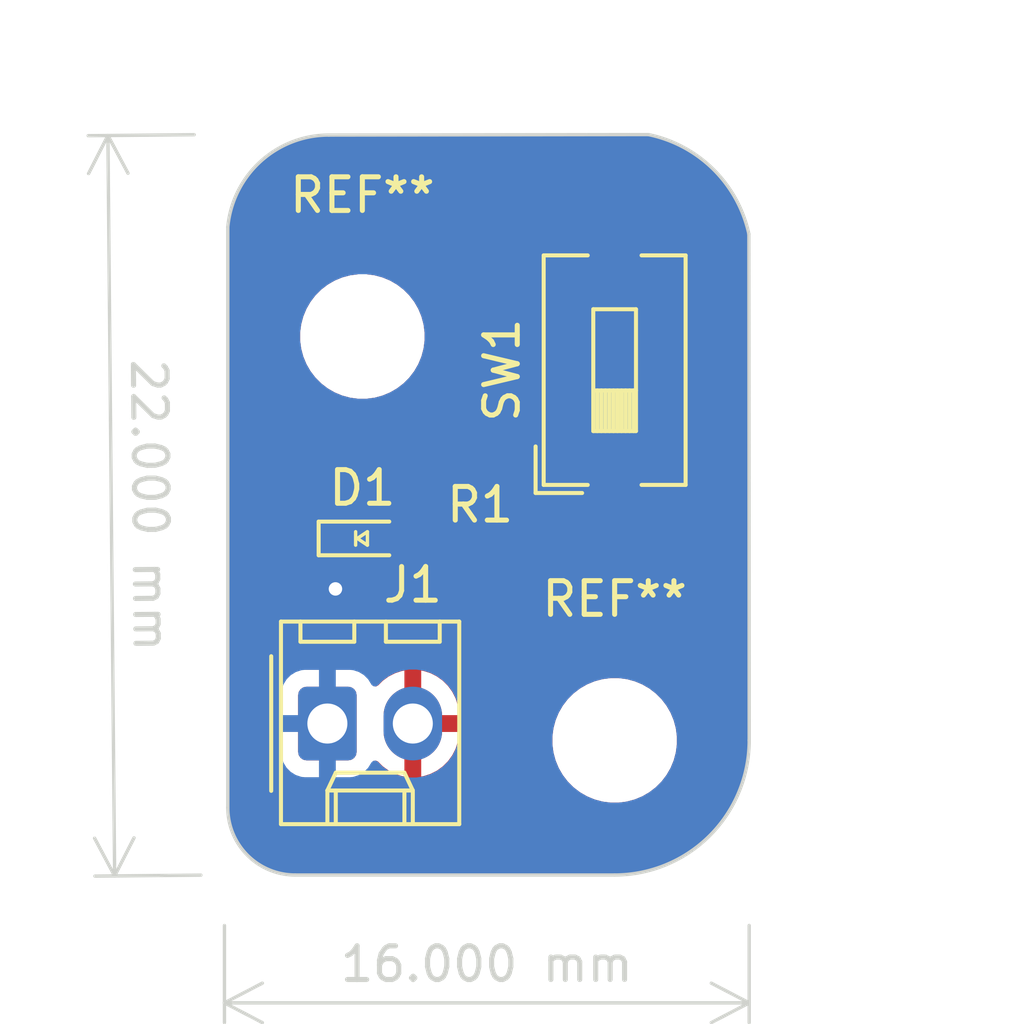
<source format=kicad_pcb>
(kicad_pcb (version 20240108) (generator "pcbnew") (generator_version "8.0")
  (layers (0 "F.Cu" signal) (31 "B.Cu" signal) (34 "B.Paste" user) (35 "F.Paste" user) (36 "B.SilkS" user "B.Silkscreen") (37 "F.SilkS" user "F.Silkscreen") (38 "B.Mask" user) (39 "F.Mask" user) (44 "Edge.Cuts" user))
  (net 0 "")
  (net 1 "Net-(D1-A)")
  (net 2 "GND")
  (net 3 "+3V3")
  (net 4 "Net-(R1-Pad1)")
  (footprint "Resistor_SMD:R_0201_0603Metric_Pad0.64x0.40mm_HandSolder" (layer "F.Cu") (at 146.0675 91 180)
    (property "Reference" "R1" (at 0.0675 1 360) (layer "F.SilkS"))
    (property "Value" "105" (hide yes))
    (pad "1" smd roundrect (at -0.4075 0 180) (size 0.635 0.4) (layers "F.Cu" "F.Mask") (net 4 "Net-(R1-Pad1)"))
    (pad "2" smd roundrect (at 0.4075 0 180) (size 0.635 0.4) (layers "F.Cu" "F.Mask") (net 1 "Net-(D1-A)"))
  )
  (footprint "MountingHole:MountingHole_3.2mm_M3" (layer "F.Cu") (at 142.5 85)
    (property "Reference" "REF**" (at 0 -4.2 0) (layer "F.SilkS"))
    (property "Value" "MountingHole_3.2mm_M3" (hide yes))
    (pad "" np_thru_hole circle (at 0 0) (size 3.2 3.2) (drill 3.2) (layers "*.Cu" "*.Mask"))
  )
  (footprint "layout:LED_0603_Symbol_on_F.SilkS" (layer "F.Cu") (at 142.5 91)
    (property "Reference" "D1" (at 0 -1.5 0) (layer "F.SilkS"))
    (property "Value" "LED_GREEN" (hide yes))
    (fp_line (start -1.3 -0.5) (end -1.3 0.5) (stroke (width 0.12)) (layer "F.SilkS"))
    (fp_line (start -1.3 -0.5) (end 0.8 -0.5) (stroke (width 0.12)) (layer "F.SilkS"))
    (fp_line (start -1.3 0.5) (end 0.8 0.5) (stroke (width 0.12)) (layer "F.SilkS"))
    (fp_line (start -0.2 -0.2) (end -0.2 0.2) (stroke (width 0.1)) (layer "F.SilkS"))
    (fp_line (start -0.15 0) (end 0.15 -0.2) (stroke (width 0.1)) (layer "F.SilkS"))
    (fp_line (start 0.15 -0.2) (end 0.15 0.2) (stroke (width 0.1)) (layer "F.SilkS"))
    (fp_line (start 0.15 0.2) (end -0.15 0) (stroke (width 0.1)) (layer "F.SilkS"))
    (pad "1" smd rect (at -0.8 0 180) (size 0.8 0.8) (layers "F.Cu" "F.Paste" "F.Mask") (net 2 "GND"))
    (pad "2" smd rect (at 0.8 0 180) (size 0.8 0.8) (layers "F.Cu" "F.Paste" "F.Mask") (net 1 "Net-(D1-A)"))
  )
  (footprint "Connector_Molex:Molex_KK-254_AE-6410-02A_1x02_P2.54mm_Vertical" (layer "F.Cu") (at 141.46 96.5)
    (property "Reference" "J1" (at 2.54 -4.12 360) (layer "F.SilkS"))
    (property "Value" "Conn_01x02")
    (fp_line (start -1.67 -2) (end -1.67 2) (stroke (width 0.12)) (layer "F.SilkS"))
    (fp_line (start -1.38 -3.03) (end -1.38 2.99) (stroke (width 0.12)) (layer "F.SilkS"))
    (fp_line (start -1.38 2.99) (end 3.92 2.99) (stroke (width 0.12)) (layer "F.SilkS"))
    (fp_line (start -0.8 -3.03) (end -0.8 -2.43) (stroke (width 0.12)) (layer "F.SilkS"))
    (fp_line (start -0.8 -2.43) (end 0.8 -2.43) (stroke (width 0.12)) (layer "F.SilkS"))
    (fp_line (start 0 1.99) (end 0.25 1.46) (stroke (width 0.12)) (layer "F.SilkS"))
    (fp_line (start 0 1.99) (end 2.54 1.99) (stroke (width 0.12)) (layer "F.SilkS"))
    (fp_line (start 0 2.99) (end 0 1.99) (stroke (width 0.12)) (layer "F.SilkS"))
    (fp_line (start 0.25 1.46) (end 2.29 1.46) (stroke (width 0.12)) (layer "F.SilkS"))
    (fp_line (start 0.25 2.99) (end 0.25 1.99) (stroke (width 0.12)) (layer "F.SilkS"))
    (fp_line (start 0.8 -2.43) (end 0.8 -3.03) (stroke (width 0.12)) (layer "F.SilkS"))
    (fp_line (start 1.74 -3.03) (end 1.74 -2.43) (stroke (width 0.12)) (layer "F.SilkS"))
    (fp_line (start 1.74 -2.43) (end 3.34 -2.43) (stroke (width 0.12)) (layer "F.SilkS"))
    (fp_line (start 2.29 1.46) (end 2.54 1.99) (stroke (width 0.12)) (layer "F.SilkS"))
    (fp_line (start 2.29 2.99) (end 2.29 1.99) (stroke (width 0.12)) (layer "F.SilkS"))
    (fp_line (start 2.54 1.99) (end 2.54 2.99) (stroke (width 0.12)) (layer "F.SilkS"))
    (fp_line (start 3.34 -2.43) (end 3.34 -3.03) (stroke (width 0.12)) (layer "F.SilkS"))
    (fp_line (start 3.92 -3.03) (end -1.38 -3.03) (stroke (width 0.12)) (layer "F.SilkS"))
    (fp_line (start 3.92 2.99) (end 3.92 -3.03) (stroke (width 0.12)) (layer "F.SilkS"))
    (pad "1" thru_hole roundrect (at 0 0) (size 1.74 2.19) (drill 1.19) (layers "*.Cu" "*.Mask") (roundrect_rratio 0.143678) (net 2 "GND"))
    (pad "2" thru_hole oval (at 2.54 0) (size 1.74 2.19) (drill 1.19) (layers "*.Cu" "*.Mask") (net 3 "+3V3"))
  )
  (footprint "MountingHole:MountingHole_3.2mm_M3" (layer "F.Cu") (at 150 97)
    (property "Reference" "REF**" (at 0 -4.2 360) (layer "F.SilkS"))
    (property "Value" "MountingHole_3.2mm_M3" (hide yes))
    (pad "" np_thru_hole circle (at 0 0) (size 3.2 3.2) (drill 3.2) (layers "*.Cu" "*.Mask"))
  )
  (footprint "Button_Switch_SMD:SW_DIP_SPSTx01_Slide_6.7x4.1mm_W8.61mm_P2.54mm_LowProfile" (layer "F.Cu") (at 150 86 90)
    (property "Reference" "SW1" (at 0 -3.35 90) (layer "F.SilkS"))
    (property "Value" "SW_Push" (hide yes))
    (fp_line (start -3.65 -2.35) (end -2.267 -2.35) (stroke (width 0.12)) (layer "F.SilkS"))
    (fp_line (start -3.65 -2.35) (end -3.65 -0.967) (stroke (width 0.12)) (layer "F.SilkS"))
    (fp_line (start 3.41 -2.11) (end 3.41 -0.8) (stroke (width 0.12)) (layer "F.SilkS"))
    (fp_line (start -3.41 -2.11) (end 3.41 -2.11) (stroke (width 0.12)) (layer "F.SilkS"))
    (fp_line (start -3.41 -2.11) (end -3.41 -0.8) (stroke (width 0.12)) (layer "F.SilkS"))
    (fp_line (start 1.81 -0.635) (end -1.81 -0.635) (stroke (width 0.12)) (layer "F.SilkS"))
    (fp_line (start -0.603333 -0.635) (end -0.603333 0.635) (stroke (width 0.12)) (layer "F.SilkS"))
    (fp_line (start -1.81 -0.635) (end -1.81 0.635) (stroke (width 0.12)) (layer "F.SilkS"))
    (fp_line (start -1.81 -0.515) (end -0.603333 -0.515) (stroke (width 0.12)) (layer "F.SilkS"))
    (fp_line (start -1.81 -0.395) (end -0.603333 -0.395) (stroke (width 0.12)) (layer "F.SilkS"))
    (fp_line (start -1.81 -0.275) (end -0.603333 -0.275) (stroke (width 0.12)) (layer "F.SilkS"))
    (fp_line (start -1.81 -0.155) (end -0.603333 -0.155) (stroke (width 0.12)) (layer "F.SilkS"))
    (fp_line (start -1.81 -0.035) (end -0.603333 -0.035) (stroke (width 0.12)) (layer "F.SilkS"))
    (fp_line (start -1.81 0.085) (end -0.603333 0.085) (stroke (width 0.12)) (layer "F.SilkS"))
    (fp_line (start -1.81 0.205) (end -0.603333 0.205) (stroke (width 0.12)) (layer "F.SilkS"))
    (fp_line (start -1.81 0.325) (end -0.603333 0.325) (stroke (width 0.12)) (layer "F.SilkS"))
    (fp_line (start -1.81 0.445) (end -0.603333 0.445) (stroke (width 0.12)) (layer "F.SilkS"))
    (fp_line (start -1.81 0.565) (end -0.603333 0.565) (stroke (width 0.12)) (layer "F.SilkS"))
    (fp_line (start 1.81 0.635) (end 1.81 -0.635) (stroke (width 0.12)) (layer "F.SilkS"))
    (fp_line (start -1.81 0.635) (end 1.81 0.635) (stroke (width 0.12)) (layer "F.SilkS"))
    (fp_line (start 3.41 0.8) (end 3.41 2.11) (stroke (width 0.12)) (layer "F.SilkS"))
    (fp_line (start -3.41 0.8) (end -3.41 2.11) (stroke (width 0.12)) (layer "F.SilkS"))
    (fp_line (start -3.41 2.11) (end 3.41 2.11) (stroke (width 0.12)) (layer "F.SilkS"))
    (pad "1" smd rect (at -4.305 0 90) (size 2.44 1.12) (layers "F.Cu" "F.Paste" "F.Mask") (net 3 "+3V3"))
    (pad "2" smd rect (at 4.305 0 90) (size 2.44 1.12) (layers "F.Cu" "F.Paste" "F.Mask") (net 4 "Net-(R1-Pad1)"))
  )
  (gr_arc (start 140.5 101) (mid 139.085786 100.414214) (end 138.5 99) (stroke (width 0.1)) (layer "Edge.Cuts"))
  (gr_line (start 140.5 101) (end 150 101) (stroke (width 0.1)) (layer "Edge.Cuts"))
  (gr_line (start 153.990752 81.956029) (end 154 97) (stroke (width 0.1)) (layer "Edge.Cuts"))
  (gr_arc (start 154 97) (mid 152.828427 99.828427) (end 150 101) (stroke (width 0.1)) (layer "Edge.Cuts"))
  (gr_line (start 138.500001 81.745775) (end 138.5 99) (stroke (width 0.1)) (layer "Edge.Cuts"))
  (gr_arc (start 151 79.000001) (mid 152.934934 80.033294) (end 153.990752 81.956029) (stroke (width 0.1)) (layer "Edge.Cuts"))
  (gr_arc (start 138.500001 81.745775) (mid 139.471668 79.8) (end 141.5 79.015111) (stroke (width 0.1)) (layer "Edge.Cuts"))
  (gr_line (start 141.5 79.015111) (end 151 79.000001) (stroke (width 0.1)) (layer "Edge.Cuts"))
  (dimension (type aligned) (layer "Edge.Cuts") (pts (xy 138.2 101) (xy 138 79)) (height -3.064539) (gr_text "22.000 mm" (at 136.18554 90.017404 -89.47914363) (layer "Edge.Cuts") (effects (font (size 1 1) (thickness 0.15)))) (format (prefix "") (suffix "") (units 3) (units_format 1) (precision 4) (override_value "22.000")) (style (thickness 0.1) (arrow_length 1.27) (text_position_mode 0) (extension_height 0.58642) (extension_offset 0.5) keep_text_aligned))
  (dimension (type aligned) (layer "Edge.Cuts") (pts (xy 138.4 102) (xy 154 102)) (height 2.8) (gr_text "16.000 mm" (at 146.2 103.65 0) (layer "Edge.Cuts") (effects (font (size 1 1) (thickness 0.15)))) (format (prefix "") (suffix "") (units 3) (units_format 1) (precision 4) (override_value "16.000")) (style (thickness 0.1) (arrow_length 1.27) (text_position_mode 0) (extension_height 0.58642) (extension_offset 0.5) keep_text_aligned))
  (segment (start 143.3 91) (end 145.66 91) (width 0.25) (layer "F.Cu") (net 1))
  (segment (start 141.7 91) (end 141.7 92.5) (width 0.25) (layer "F.Cu") (net 2))
  (via (at 141.7 92.5) (size 0.8) (drill 0.4) (layers "F.Cu" "B.Cu") (net 2))
  (segment (start 146.5 90.975) (end 146.475 91) (width 0.25) (layer "F.Cu") (net 4))
  (segment (start 148.305 81.695) (end 147 83) (width 0.25) (layer "F.Cu") (net 4))
  (segment (start 147 89.475) (end 146.5 89.975) (width 0.25) (layer "F.Cu") (net 4))
  (segment (start 146.5 89.975) (end 146.5 90.975) (width 0.25) (layer "F.Cu") (net 4))
  (segment (start 150 81.695) (end 148.305 81.695) (width 0.25) (layer "F.Cu") (net 4))
  (segment (start 147 83) (end 147 89.475) (width 0.25) (layer "F.Cu") (net 4))
  (zone (net 3) (net_name "+3V3") (layer "F.Cu") (connect_pads (clearance 0.508)) (min_thickness 0.25) (fill yes (thermal_gap 0.5) (thermal_bridge_width 0.5))
    (polygon (pts (xy 139 79) (xy 139 79) (xy 154 79) (xy 154 101) (xy 138.5 101) (xy 138.5 79) (xy 140 79)))
  )
  (zone (net 2) (net_name "GND") (layer "B.Cu") (priority 1) (connect_pads (clearance 0.508)) (min_thickness 0.25) (fill yes (thermal_gap 0.5) (thermal_bridge_width 0.5))
    (polygon (pts (xy 154 79) (xy 154 101) (xy 138 101) (xy 138 79)))
  )
)
</source>
